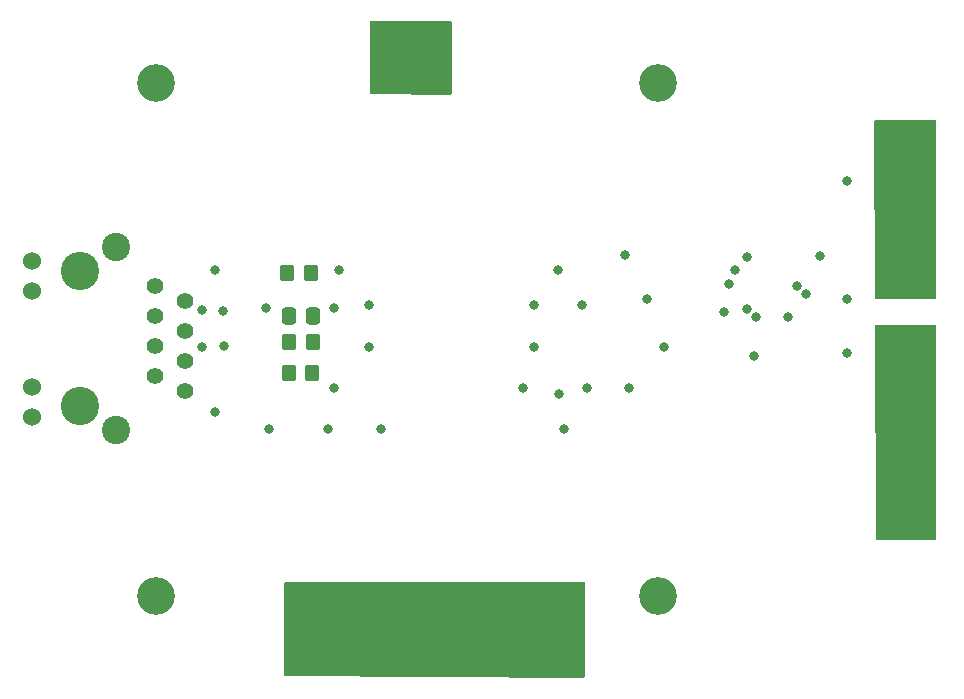
<source format=gbr>
%TF.GenerationSoftware,KiCad,Pcbnew,7.0.2*%
%TF.CreationDate,2024-05-24T17:29:10+02:00*%
%TF.ProjectId,dsoxlan,64736f78-6c61-46e2-9e6b-696361645f70,rev?*%
%TF.SameCoordinates,Original*%
%TF.FileFunction,Soldermask,Top*%
%TF.FilePolarity,Negative*%
%FSLAX46Y46*%
G04 Gerber Fmt 4.6, Leading zero omitted, Abs format (unit mm)*
G04 Created by KiCad (PCBNEW 7.0.2) date 2024-05-24 17:29:10*
%MOMM*%
%LPD*%
G01*
G04 APERTURE LIST*
G04 Aperture macros list*
%AMRoundRect*
0 Rectangle with rounded corners*
0 $1 Rounding radius*
0 $2 $3 $4 $5 $6 $7 $8 $9 X,Y pos of 4 corners*
0 Add a 4 corners polygon primitive as box body*
4,1,4,$2,$3,$4,$5,$6,$7,$8,$9,$2,$3,0*
0 Add four circle primitives for the rounded corners*
1,1,$1+$1,$2,$3*
1,1,$1+$1,$4,$5*
1,1,$1+$1,$6,$7*
1,1,$1+$1,$8,$9*
0 Add four rect primitives between the rounded corners*
20,1,$1+$1,$2,$3,$4,$5,0*
20,1,$1+$1,$4,$5,$6,$7,0*
20,1,$1+$1,$6,$7,$8,$9,0*
20,1,$1+$1,$8,$9,$2,$3,0*%
G04 Aperture macros list end*
%ADD10C,3.250000*%
%ADD11C,1.400000*%
%ADD12C,1.530000*%
%ADD13C,2.400000*%
%ADD14RoundRect,0.250000X0.337500X0.475000X-0.337500X0.475000X-0.337500X-0.475000X0.337500X-0.475000X0*%
%ADD15R,3.600000X0.550000*%
%ADD16RoundRect,0.250000X0.350000X0.450000X-0.350000X0.450000X-0.350000X-0.450000X0.350000X-0.450000X0*%
%ADD17C,3.200000*%
%ADD18C,0.800000*%
G04 APERTURE END LIST*
D10*
%TO.C,P1*%
X121050001Y-94060000D03*
X121050001Y-82630000D03*
D11*
X127400001Y-83900000D03*
X129940001Y-85170000D03*
X127400001Y-86440000D03*
X129940001Y-87710000D03*
X127400001Y-88980000D03*
X129940001Y-90250000D03*
X127400001Y-91520000D03*
X129940001Y-92790000D03*
D12*
X116970001Y-81715000D03*
X116970001Y-84255000D03*
X116970001Y-92435000D03*
X116970001Y-94975000D03*
D13*
X124100001Y-96090000D03*
X124100001Y-80600000D03*
%TD*%
D14*
%TO.C,C2*%
X140775000Y-86400000D03*
X138700000Y-86400000D03*
%TD*%
D15*
%TO.C,P2*%
X190754000Y-104750000D03*
X190754000Y-103950000D03*
X190754000Y-103150000D03*
X190754000Y-102350000D03*
X190754000Y-101550000D03*
X190754000Y-100750000D03*
X190754000Y-99950000D03*
X190754000Y-99150000D03*
X190754000Y-98350000D03*
X190754000Y-97550000D03*
X190754000Y-96750000D03*
X190754000Y-95950000D03*
X190754000Y-95150000D03*
X190754000Y-94350000D03*
X190754000Y-93550000D03*
X190754000Y-92750000D03*
X190754000Y-91950000D03*
X190754000Y-91150000D03*
X190754000Y-90350000D03*
X190754000Y-89550000D03*
X190754000Y-88750000D03*
X190754000Y-87950000D03*
X190754000Y-83950000D03*
X190754000Y-83150000D03*
X190754000Y-82350000D03*
X190754000Y-81550000D03*
X190754000Y-80750000D03*
X190754000Y-79950000D03*
X190754000Y-79150000D03*
X190754000Y-78350000D03*
X190754000Y-77550000D03*
X190754000Y-76750000D03*
X190754000Y-75950000D03*
X190754000Y-75150000D03*
X190754000Y-74350000D03*
X190754000Y-73550000D03*
X190754000Y-72750000D03*
X190754000Y-71950000D03*
X190754000Y-71150000D03*
X190754000Y-70350000D03*
%TD*%
D16*
%TO.C,R1*%
X140700000Y-91200000D03*
X138700000Y-91200000D03*
%TD*%
%TO.C,R2*%
X140600000Y-82800000D03*
X138600000Y-82800000D03*
%TD*%
%TO.C,R3*%
X140737500Y-88590000D03*
X138737500Y-88590000D03*
%TD*%
D17*
%TO.C,H102*%
X127500000Y-110142000D03*
%TD*%
%TO.C,H101*%
X127500000Y-66642000D03*
%TD*%
%TO.C,H103*%
X170000000Y-66642000D03*
%TD*%
%TO.C,H104*%
X170000000Y-110142000D03*
%TD*%
D18*
X175600000Y-86100000D03*
X133100000Y-86000000D03*
X131400000Y-85900000D03*
X182471232Y-84571232D03*
X181728768Y-83828768D03*
X131400000Y-89000000D03*
X178294074Y-86492667D03*
X177528768Y-85774500D03*
X132500000Y-94500000D03*
X163500000Y-85500000D03*
X183680000Y-81280000D03*
X142500000Y-85680500D03*
X146500000Y-96000000D03*
X178100000Y-89800000D03*
X186000000Y-85000000D03*
X159500000Y-85500000D03*
X145500000Y-89000000D03*
X132500000Y-82500000D03*
X142500000Y-92500000D03*
X145500000Y-85500000D03*
X136800000Y-85700000D03*
X186000000Y-89500000D03*
X161500000Y-82500000D03*
X170500000Y-89000000D03*
X186000000Y-75000000D03*
X133200000Y-88967152D03*
X167199272Y-81245799D03*
X164000000Y-92500000D03*
X181000000Y-86500000D03*
X143000000Y-82500000D03*
X176000000Y-83725500D03*
X177500000Y-81400500D03*
X137000000Y-96000000D03*
X162000000Y-96000000D03*
X142000000Y-96000000D03*
X159500000Y-89000000D03*
X167500000Y-92500000D03*
X158500000Y-92500000D03*
X169000000Y-85000000D03*
X161600000Y-93000000D03*
X176500000Y-82500000D03*
G36*
X193491039Y-69819685D02*
G01*
X193536794Y-69872489D01*
X193548000Y-69924000D01*
X193548000Y-84839000D01*
X193528315Y-84906039D01*
X193475511Y-84951794D01*
X193424000Y-84963000D01*
X188466246Y-84963000D01*
X188399207Y-84943315D01*
X188353452Y-84890511D01*
X188342246Y-84839348D01*
X188300349Y-69924348D01*
X188319846Y-69857254D01*
X188372521Y-69811351D01*
X188424349Y-69800000D01*
X193424000Y-69800000D01*
X193491039Y-69819685D01*
G37*
G36*
X193491039Y-87141685D02*
G01*
X193536794Y-87194489D01*
X193548000Y-87246000D01*
X193548000Y-105276000D01*
X193528315Y-105343039D01*
X193475511Y-105388794D01*
X193424000Y-105400000D01*
X188523653Y-105400000D01*
X188456614Y-105380315D01*
X188410859Y-105327511D01*
X188399653Y-105276348D01*
X188349006Y-87246348D01*
X188368503Y-87179254D01*
X188421178Y-87133351D01*
X188473006Y-87122000D01*
X193424000Y-87122000D01*
X193491039Y-87141685D01*
G37*
G36*
X152443039Y-61419685D02*
G01*
X152488794Y-61472489D01*
X152500000Y-61524000D01*
X152500000Y-67574189D01*
X152480315Y-67641228D01*
X152427511Y-67686983D01*
X152374203Y-67698176D01*
X145722203Y-67601771D01*
X145655456Y-67581117D01*
X145610471Y-67527656D01*
X145600000Y-67477784D01*
X145600000Y-61524000D01*
X145619685Y-61456961D01*
X145672489Y-61411206D01*
X145724000Y-61400000D01*
X152376000Y-61400000D01*
X152443039Y-61419685D01*
G37*
G36*
X163753169Y-108936587D02*
G01*
X163798924Y-108989391D01*
X163810130Y-109040902D01*
X163810130Y-116892414D01*
X163790445Y-116959453D01*
X163737641Y-117005208D01*
X163685644Y-117016413D01*
X138433644Y-116917386D01*
X138366682Y-116897439D01*
X138321134Y-116844456D01*
X138310130Y-116793387D01*
X138310130Y-109040902D01*
X138329815Y-108973863D01*
X138382619Y-108928108D01*
X138434130Y-108916902D01*
X163686130Y-108916902D01*
X163753169Y-108936587D01*
G37*
M02*

</source>
